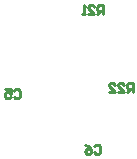
<source format=gbo>
G04 Layer_Color=32896*
%FSAX25Y25*%
%MOIN*%
G70*
G01*
G75*
%ADD12C,0.01000*%
D12*
X0320401Y0177199D02*
X0320901Y0177699D01*
X0321900D01*
X0322400Y0177199D01*
Y0175200D01*
X0321900Y0174700D01*
X0320901D01*
X0320401Y0175200D01*
X0317402Y0177699D02*
X0319401D01*
Y0176199D01*
X0318401Y0176699D01*
X0317901D01*
X0317402Y0176199D01*
Y0175200D01*
X0317901Y0174700D01*
X0318901D01*
X0319401Y0175200D01*
X0347301Y0158699D02*
X0347800Y0159199D01*
X0348800D01*
X0349300Y0158699D01*
Y0156700D01*
X0348800Y0156200D01*
X0347800D01*
X0347301Y0156700D01*
X0344302Y0159199D02*
X0345301Y0158699D01*
X0346301Y0157700D01*
Y0156700D01*
X0345801Y0156200D01*
X0344801D01*
X0344302Y0156700D01*
Y0157200D01*
X0344801Y0157700D01*
X0346301D01*
X0350300Y0202700D02*
Y0205699D01*
X0348800D01*
X0348301Y0205199D01*
Y0204200D01*
X0348800Y0203700D01*
X0350300D01*
X0349300D02*
X0348301Y0202700D01*
X0345302D02*
X0347301D01*
X0345302Y0204699D01*
Y0205199D01*
X0345801Y0205699D01*
X0346801D01*
X0347301Y0205199D01*
X0344302Y0202700D02*
X0343302D01*
X0343802D01*
Y0205699D01*
X0344302Y0205199D01*
X0360100Y0176700D02*
Y0179699D01*
X0358600D01*
X0358101Y0179199D01*
Y0178200D01*
X0358600Y0177700D01*
X0360100D01*
X0359100D02*
X0358101Y0176700D01*
X0355102D02*
X0357101D01*
X0355102Y0178699D01*
Y0179199D01*
X0355602Y0179699D01*
X0356601D01*
X0357101Y0179199D01*
X0352103Y0176700D02*
X0354102D01*
X0352103Y0178699D01*
Y0179199D01*
X0352602Y0179699D01*
X0353602D01*
X0354102Y0179199D01*
M02*

</source>
